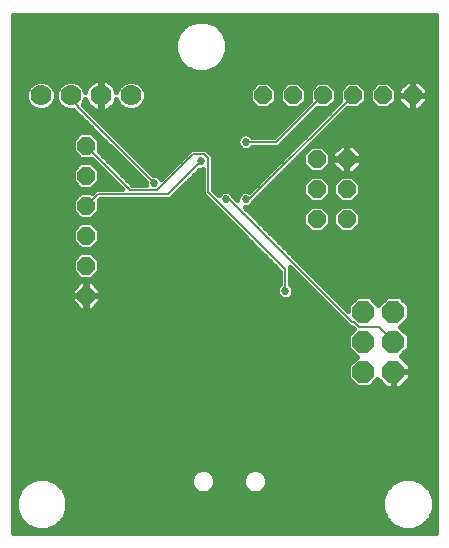
<source format=gbl>
G75*
%MOIN*%
%OFA0B0*%
%FSLAX25Y25*%
%IPPOS*%
%LPD*%
%AMOC8*
5,1,8,0,0,1.08239X$1,22.5*
%
%ADD10OC8,0.06000*%
%ADD11C,0.07000*%
%ADD12OC8,0.07400*%
%ADD13C,0.00600*%
%ADD14C,0.02700*%
%ADD15C,0.01600*%
D10*
X0028375Y0086518D03*
X0028375Y0096518D03*
X0028375Y0106518D03*
X0028375Y0116518D03*
X0028375Y0126518D03*
X0028375Y0136518D03*
X0087312Y0153290D03*
X0097312Y0153290D03*
X0107312Y0153290D03*
X0117312Y0153290D03*
X0127312Y0153290D03*
X0137312Y0153290D03*
X0115265Y0132030D03*
X0115265Y0122030D03*
X0115265Y0112030D03*
X0105265Y0112030D03*
X0105265Y0122030D03*
X0105265Y0132030D03*
D11*
X0043375Y0153290D03*
X0033375Y0153290D03*
X0023375Y0153290D03*
X0013375Y0153290D03*
D12*
X0120816Y0081164D03*
X0120816Y0071164D03*
X0120816Y0061164D03*
X0130816Y0061164D03*
X0130816Y0071164D03*
X0130816Y0081164D03*
D13*
X0126000Y0076019D02*
X0130800Y0071219D01*
X0130816Y0071164D01*
X0126000Y0076019D02*
X0119400Y0076019D01*
X0117600Y0077819D01*
X0117000Y0077819D01*
X0076200Y0118619D01*
X0075000Y0118619D01*
X0069000Y0121019D02*
X0069000Y0132419D01*
X0067800Y0133619D01*
X0064200Y0133619D01*
X0052200Y0121619D01*
X0043200Y0121619D01*
X0028800Y0136019D01*
X0028375Y0136518D01*
X0025800Y0149219D02*
X0025800Y0149819D01*
X0022800Y0152819D01*
X0023375Y0153290D01*
X0025800Y0149219D02*
X0051000Y0124019D01*
X0055800Y0120419D02*
X0032400Y0120419D01*
X0028800Y0116819D01*
X0028375Y0116518D01*
X0055800Y0120419D02*
X0066600Y0131219D01*
X0069000Y0121019D02*
X0094800Y0095219D01*
X0094800Y0088019D01*
X0082800Y0118619D02*
X0081600Y0118619D01*
X0082800Y0118619D02*
X0117000Y0152819D01*
X0117312Y0153290D01*
X0107312Y0153290D02*
X0106800Y0152819D01*
X0091800Y0137819D01*
X0081600Y0137819D01*
D14*
X0081600Y0137819D03*
X0066600Y0131219D03*
X0075000Y0118619D03*
X0081600Y0118619D03*
X0094800Y0088019D03*
X0054000Y0111419D03*
X0051000Y0124019D03*
X0051000Y0135419D03*
D15*
X0004100Y0180084D02*
X0004100Y0007519D01*
X0145169Y0007519D01*
X0145169Y0180084D01*
X0004100Y0180084D01*
X0004100Y0179457D02*
X0145169Y0179457D01*
X0145169Y0177858D02*
X0069268Y0177858D01*
X0068471Y0178188D02*
X0065050Y0178188D01*
X0061890Y0176879D01*
X0059471Y0174460D01*
X0058161Y0171299D01*
X0058161Y0167878D01*
X0059471Y0164718D01*
X0061890Y0162299D01*
X0065050Y0160990D01*
X0068471Y0160990D01*
X0071632Y0162299D01*
X0074051Y0164718D01*
X0075360Y0167878D01*
X0075360Y0171299D01*
X0074051Y0174460D01*
X0071632Y0176879D01*
X0068471Y0178188D01*
X0064253Y0177858D02*
X0004100Y0177858D01*
X0004100Y0176260D02*
X0061270Y0176260D01*
X0059672Y0174661D02*
X0004100Y0174661D01*
X0004100Y0173063D02*
X0058892Y0173063D01*
X0058230Y0171464D02*
X0004100Y0171464D01*
X0004100Y0169866D02*
X0058161Y0169866D01*
X0058161Y0168267D02*
X0004100Y0168267D01*
X0004100Y0166669D02*
X0058663Y0166669D01*
X0059325Y0165070D02*
X0004100Y0165070D01*
X0004100Y0163472D02*
X0060717Y0163472D01*
X0062918Y0161873D02*
X0004100Y0161873D01*
X0004100Y0160274D02*
X0145169Y0160274D01*
X0145169Y0158676D02*
X0004100Y0158676D01*
X0004100Y0157077D02*
X0010233Y0157077D01*
X0010599Y0157444D02*
X0009221Y0156065D01*
X0008475Y0154264D01*
X0008475Y0152315D01*
X0009221Y0150514D01*
X0010599Y0149136D01*
X0012400Y0148390D01*
X0014349Y0148390D01*
X0016150Y0149136D01*
X0017529Y0150514D01*
X0018275Y0152315D01*
X0018275Y0154264D01*
X0017529Y0156065D01*
X0016150Y0157444D01*
X0014349Y0158190D01*
X0012400Y0158190D01*
X0010599Y0157444D01*
X0008978Y0155479D02*
X0004100Y0155479D01*
X0004100Y0153880D02*
X0008475Y0153880D01*
X0008489Y0152282D02*
X0004100Y0152282D01*
X0004100Y0150683D02*
X0009151Y0150683D01*
X0010722Y0149085D02*
X0004100Y0149085D01*
X0004100Y0147486D02*
X0025128Y0147486D01*
X0025096Y0147519D02*
X0048250Y0124365D01*
X0048250Y0123472D01*
X0048313Y0123319D01*
X0043904Y0123319D01*
X0032651Y0134572D01*
X0032775Y0134696D01*
X0032775Y0138341D01*
X0030197Y0140918D01*
X0026552Y0140918D01*
X0023975Y0138341D01*
X0023975Y0134696D01*
X0026552Y0132118D01*
X0030197Y0132118D01*
X0030247Y0132168D01*
X0040296Y0122119D01*
X0031696Y0122119D01*
X0030346Y0120769D01*
X0030197Y0120918D01*
X0026552Y0120918D01*
X0023975Y0118341D01*
X0023975Y0114696D01*
X0026552Y0112118D01*
X0030197Y0112118D01*
X0032775Y0114696D01*
X0032775Y0118341D01*
X0032750Y0118365D01*
X0033104Y0118719D01*
X0056504Y0118719D01*
X0057500Y0119715D01*
X0066254Y0128469D01*
X0067147Y0128469D01*
X0067300Y0128532D01*
X0067300Y0120315D01*
X0068296Y0119319D01*
X0093100Y0094515D01*
X0093100Y0090208D01*
X0092469Y0089577D01*
X0092050Y0088566D01*
X0092050Y0087472D01*
X0092469Y0086461D01*
X0093242Y0085688D01*
X0094253Y0085269D01*
X0095347Y0085269D01*
X0096358Y0085688D01*
X0097131Y0086461D01*
X0097550Y0087472D01*
X0097550Y0088566D01*
X0097131Y0089577D01*
X0096500Y0090208D01*
X0096500Y0095915D01*
X0115300Y0077115D01*
X0116296Y0076119D01*
X0116896Y0076119D01*
X0117700Y0075315D01*
X0117727Y0075288D01*
X0115716Y0073276D01*
X0115716Y0069051D01*
X0118603Y0066164D01*
X0115716Y0063276D01*
X0115716Y0059051D01*
X0118703Y0056064D01*
X0122928Y0056064D01*
X0125533Y0058668D01*
X0128538Y0055664D01*
X0130616Y0055664D01*
X0130616Y0060964D01*
X0131016Y0060964D01*
X0131016Y0061364D01*
X0136316Y0061364D01*
X0136316Y0063442D01*
X0133311Y0066447D01*
X0135916Y0069051D01*
X0135916Y0073276D01*
X0133028Y0076164D01*
X0135916Y0079051D01*
X0135916Y0083276D01*
X0132928Y0086264D01*
X0128703Y0086264D01*
X0125816Y0083376D01*
X0122928Y0086264D01*
X0118703Y0086264D01*
X0115716Y0083276D01*
X0115716Y0081507D01*
X0081354Y0115869D01*
X0082147Y0115869D01*
X0083158Y0116288D01*
X0083931Y0117061D01*
X0084133Y0117548D01*
X0115482Y0148897D01*
X0115489Y0148890D01*
X0119134Y0148890D01*
X0121712Y0151467D01*
X0121712Y0155112D01*
X0119134Y0157690D01*
X0115489Y0157690D01*
X0112912Y0155112D01*
X0112912Y0151467D01*
X0113078Y0151301D01*
X0082853Y0121076D01*
X0082147Y0121369D01*
X0081053Y0121369D01*
X0080042Y0120950D01*
X0079269Y0120177D01*
X0078850Y0119166D01*
X0078850Y0118373D01*
X0077533Y0119690D01*
X0077331Y0120177D01*
X0076558Y0120950D01*
X0075547Y0121369D01*
X0074453Y0121369D01*
X0073442Y0120950D01*
X0072669Y0120177D01*
X0072545Y0119878D01*
X0070700Y0121723D01*
X0070700Y0133123D01*
X0069704Y0134119D01*
X0069500Y0134323D01*
X0069500Y0134323D01*
X0068504Y0135319D01*
X0063496Y0135319D01*
X0053455Y0125278D01*
X0053331Y0125577D01*
X0052558Y0126350D01*
X0051547Y0126769D01*
X0050654Y0126769D01*
X0027500Y0149923D01*
X0027500Y0150485D01*
X0027529Y0150514D01*
X0028194Y0152120D01*
X0028205Y0152049D01*
X0028463Y0151255D01*
X0028842Y0150512D01*
X0029332Y0149837D01*
X0029922Y0149247D01*
X0030597Y0148757D01*
X0031340Y0148378D01*
X0032134Y0148120D01*
X0032958Y0147990D01*
X0033175Y0147990D01*
X0033175Y0153090D01*
X0033575Y0153090D01*
X0033575Y0147990D01*
X0033792Y0147990D01*
X0034616Y0148120D01*
X0035409Y0148378D01*
X0036153Y0148757D01*
X0036828Y0149247D01*
X0037417Y0149837D01*
X0037908Y0150512D01*
X0038286Y0151255D01*
X0038544Y0152049D01*
X0038556Y0152120D01*
X0039221Y0150514D01*
X0040599Y0149136D01*
X0042400Y0148390D01*
X0044349Y0148390D01*
X0046150Y0149136D01*
X0047529Y0150514D01*
X0048275Y0152315D01*
X0048275Y0154264D01*
X0047529Y0156065D01*
X0046150Y0157444D01*
X0044349Y0158190D01*
X0042400Y0158190D01*
X0040599Y0157444D01*
X0039221Y0156065D01*
X0038556Y0154459D01*
X0038544Y0154531D01*
X0038286Y0155324D01*
X0037908Y0156068D01*
X0037417Y0156742D01*
X0036828Y0157332D01*
X0036153Y0157823D01*
X0035409Y0158201D01*
X0034616Y0158459D01*
X0033792Y0158590D01*
X0033575Y0158590D01*
X0033575Y0153490D01*
X0033175Y0153490D01*
X0033175Y0158590D01*
X0032958Y0158590D01*
X0032134Y0158459D01*
X0031340Y0158201D01*
X0030597Y0157823D01*
X0029922Y0157332D01*
X0029332Y0156742D01*
X0028842Y0156068D01*
X0028463Y0155324D01*
X0028205Y0154531D01*
X0028194Y0154459D01*
X0027529Y0156065D01*
X0026150Y0157444D01*
X0024349Y0158190D01*
X0022400Y0158190D01*
X0020599Y0157444D01*
X0019221Y0156065D01*
X0018475Y0154264D01*
X0018475Y0152315D01*
X0019221Y0150514D01*
X0020599Y0149136D01*
X0022400Y0148390D01*
X0024225Y0148390D01*
X0025096Y0147519D01*
X0026727Y0145888D02*
X0004100Y0145888D01*
X0004100Y0144289D02*
X0028325Y0144289D01*
X0029924Y0142691D02*
X0004100Y0142691D01*
X0004100Y0141092D02*
X0031522Y0141092D01*
X0031622Y0139494D02*
X0033121Y0139494D01*
X0032775Y0137895D02*
X0034719Y0137895D01*
X0036318Y0136297D02*
X0032775Y0136297D01*
X0032775Y0134698D02*
X0037916Y0134698D01*
X0039515Y0133100D02*
X0034123Y0133100D01*
X0035722Y0131501D02*
X0041113Y0131501D01*
X0042712Y0129903D02*
X0037320Y0129903D01*
X0038919Y0128304D02*
X0044310Y0128304D01*
X0045909Y0126706D02*
X0040517Y0126706D01*
X0042116Y0125107D02*
X0047507Y0125107D01*
X0048250Y0123509D02*
X0043714Y0123509D01*
X0038906Y0123509D02*
X0031588Y0123509D01*
X0031487Y0121910D02*
X0004100Y0121910D01*
X0004100Y0120312D02*
X0025946Y0120312D01*
X0026552Y0122118D02*
X0030197Y0122118D01*
X0032775Y0124696D01*
X0032775Y0128341D01*
X0030197Y0130918D01*
X0026552Y0130918D01*
X0023975Y0128341D01*
X0023975Y0124696D01*
X0026552Y0122118D01*
X0025162Y0123509D02*
X0004100Y0123509D01*
X0004100Y0125107D02*
X0023975Y0125107D01*
X0023975Y0126706D02*
X0004100Y0126706D01*
X0004100Y0128304D02*
X0023975Y0128304D01*
X0025537Y0129903D02*
X0004100Y0129903D01*
X0004100Y0131501D02*
X0030913Y0131501D01*
X0031213Y0129903D02*
X0032512Y0129903D01*
X0032775Y0128304D02*
X0034110Y0128304D01*
X0032775Y0126706D02*
X0035709Y0126706D01*
X0037307Y0125107D02*
X0032775Y0125107D01*
X0033098Y0118713D02*
X0068902Y0118713D01*
X0070500Y0117115D02*
X0032775Y0117115D01*
X0032775Y0115516D02*
X0072099Y0115516D01*
X0073697Y0113918D02*
X0031997Y0113918D01*
X0030398Y0112319D02*
X0075296Y0112319D01*
X0076894Y0110721D02*
X0030395Y0110721D01*
X0030197Y0110918D02*
X0026552Y0110918D01*
X0023975Y0108341D01*
X0023975Y0104696D01*
X0026552Y0102118D01*
X0030197Y0102118D01*
X0032775Y0104696D01*
X0032775Y0108341D01*
X0030197Y0110918D01*
X0031993Y0109122D02*
X0078493Y0109122D01*
X0080091Y0107524D02*
X0032775Y0107524D01*
X0032775Y0105925D02*
X0081690Y0105925D01*
X0083288Y0104327D02*
X0032406Y0104327D01*
X0030807Y0102728D02*
X0084887Y0102728D01*
X0086485Y0101130D02*
X0004100Y0101130D01*
X0004100Y0102728D02*
X0025942Y0102728D01*
X0026552Y0100918D02*
X0023975Y0098341D01*
X0023975Y0094696D01*
X0026552Y0092118D01*
X0030197Y0092118D01*
X0032775Y0094696D01*
X0032775Y0098341D01*
X0030197Y0100918D01*
X0026552Y0100918D01*
X0025165Y0099531D02*
X0004100Y0099531D01*
X0004100Y0097933D02*
X0023975Y0097933D01*
X0023975Y0096334D02*
X0004100Y0096334D01*
X0004100Y0094736D02*
X0023975Y0094736D01*
X0025533Y0093137D02*
X0004100Y0093137D01*
X0004100Y0091539D02*
X0093100Y0091539D01*
X0093100Y0093137D02*
X0031216Y0093137D01*
X0030363Y0091318D02*
X0028575Y0091318D01*
X0028575Y0086718D01*
X0033175Y0086718D01*
X0033175Y0088506D01*
X0030363Y0091318D01*
X0031741Y0089940D02*
X0092832Y0089940D01*
X0092050Y0088341D02*
X0033175Y0088341D01*
X0033175Y0086743D02*
X0092352Y0086743D01*
X0096768Y0089940D02*
X0102475Y0089940D01*
X0104073Y0088341D02*
X0097550Y0088341D01*
X0097248Y0086743D02*
X0105672Y0086743D01*
X0107270Y0085144D02*
X0033175Y0085144D01*
X0033175Y0084530D02*
X0033175Y0086318D01*
X0028575Y0086318D01*
X0028575Y0086718D01*
X0028175Y0086718D01*
X0028175Y0091318D01*
X0026387Y0091318D01*
X0023575Y0088506D01*
X0023575Y0086718D01*
X0028175Y0086718D01*
X0028175Y0086318D01*
X0028575Y0086318D01*
X0028575Y0081718D01*
X0030363Y0081718D01*
X0033175Y0084530D01*
X0032191Y0083546D02*
X0108869Y0083546D01*
X0110467Y0081947D02*
X0030592Y0081947D01*
X0028575Y0081947D02*
X0028175Y0081947D01*
X0028175Y0081718D02*
X0028175Y0086318D01*
X0023575Y0086318D01*
X0023575Y0084530D01*
X0026387Y0081718D01*
X0028175Y0081718D01*
X0028175Y0083546D02*
X0028575Y0083546D01*
X0028575Y0085144D02*
X0028175Y0085144D01*
X0028175Y0086743D02*
X0028575Y0086743D01*
X0028575Y0088341D02*
X0028175Y0088341D01*
X0028175Y0089940D02*
X0028575Y0089940D01*
X0025008Y0089940D02*
X0004100Y0089940D01*
X0004100Y0088341D02*
X0023575Y0088341D01*
X0023575Y0086743D02*
X0004100Y0086743D01*
X0004100Y0085144D02*
X0023575Y0085144D01*
X0024559Y0083546D02*
X0004100Y0083546D01*
X0004100Y0081947D02*
X0026157Y0081947D01*
X0032775Y0094736D02*
X0092879Y0094736D01*
X0091281Y0096334D02*
X0032775Y0096334D01*
X0032775Y0097933D02*
X0089682Y0097933D01*
X0088084Y0099531D02*
X0031584Y0099531D01*
X0024344Y0104327D02*
X0004100Y0104327D01*
X0004100Y0105925D02*
X0023975Y0105925D01*
X0023975Y0107524D02*
X0004100Y0107524D01*
X0004100Y0109122D02*
X0024756Y0109122D01*
X0026355Y0110721D02*
X0004100Y0110721D01*
X0004100Y0112319D02*
X0026351Y0112319D01*
X0024753Y0113918D02*
X0004100Y0113918D01*
X0004100Y0115516D02*
X0023975Y0115516D01*
X0023975Y0117115D02*
X0004100Y0117115D01*
X0004100Y0118713D02*
X0024347Y0118713D01*
X0025571Y0133100D02*
X0004100Y0133100D01*
X0004100Y0134698D02*
X0023975Y0134698D01*
X0023975Y0136297D02*
X0004100Y0136297D01*
X0004100Y0137895D02*
X0023975Y0137895D01*
X0025128Y0139494D02*
X0004100Y0139494D01*
X0016028Y0149085D02*
X0020722Y0149085D01*
X0019151Y0150683D02*
X0017599Y0150683D01*
X0018261Y0152282D02*
X0018489Y0152282D01*
X0018475Y0153880D02*
X0018275Y0153880D01*
X0017772Y0155479D02*
X0018978Y0155479D01*
X0020233Y0157077D02*
X0016517Y0157077D01*
X0026517Y0157077D02*
X0029667Y0157077D01*
X0028542Y0155479D02*
X0027772Y0155479D01*
X0027599Y0150683D02*
X0028754Y0150683D01*
X0028338Y0149085D02*
X0030145Y0149085D01*
X0029937Y0147486D02*
X0099063Y0147486D01*
X0099134Y0148890D02*
X0101712Y0151467D01*
X0101712Y0155112D01*
X0099134Y0157690D01*
X0095489Y0157690D01*
X0092912Y0155112D01*
X0092912Y0151467D01*
X0095489Y0148890D01*
X0099134Y0148890D01*
X0099329Y0149085D02*
X0100662Y0149085D01*
X0100928Y0150683D02*
X0102260Y0150683D01*
X0102978Y0151401D02*
X0091096Y0139519D01*
X0083789Y0139519D01*
X0083158Y0140150D01*
X0082147Y0140569D01*
X0081053Y0140569D01*
X0080042Y0140150D01*
X0079269Y0139377D01*
X0078850Y0138366D01*
X0078850Y0137272D01*
X0079269Y0136261D01*
X0080042Y0135488D01*
X0081053Y0135069D01*
X0082147Y0135069D01*
X0083158Y0135488D01*
X0083789Y0136119D01*
X0091096Y0136119D01*
X0092504Y0136119D01*
X0105382Y0148997D01*
X0105489Y0148890D01*
X0109134Y0148890D01*
X0111712Y0151467D01*
X0111712Y0155112D01*
X0109134Y0157690D01*
X0105489Y0157690D01*
X0102912Y0155112D01*
X0102912Y0151467D01*
X0102978Y0151401D01*
X0102912Y0152282D02*
X0101712Y0152282D01*
X0101712Y0153880D02*
X0102912Y0153880D01*
X0103278Y0155479D02*
X0101345Y0155479D01*
X0099747Y0157077D02*
X0104877Y0157077D01*
X0109747Y0157077D02*
X0114877Y0157077D01*
X0113278Y0155479D02*
X0111345Y0155479D01*
X0111712Y0153880D02*
X0112912Y0153880D01*
X0112912Y0152282D02*
X0111712Y0152282D01*
X0112460Y0150683D02*
X0110928Y0150683D01*
X0110862Y0149085D02*
X0109329Y0149085D01*
X0109263Y0147486D02*
X0103872Y0147486D01*
X0102273Y0145888D02*
X0107665Y0145888D01*
X0106066Y0144289D02*
X0100675Y0144289D01*
X0099076Y0142691D02*
X0104468Y0142691D01*
X0102869Y0141092D02*
X0097478Y0141092D01*
X0095879Y0139494D02*
X0101271Y0139494D01*
X0099672Y0137895D02*
X0094281Y0137895D01*
X0092682Y0136297D02*
X0098074Y0136297D01*
X0096475Y0134698D02*
X0069125Y0134698D01*
X0069704Y0134119D02*
X0069704Y0134119D01*
X0070700Y0133100D02*
X0094877Y0133100D01*
X0093278Y0131501D02*
X0070700Y0131501D01*
X0070700Y0129903D02*
X0091680Y0129903D01*
X0090081Y0128304D02*
X0070700Y0128304D01*
X0070700Y0126706D02*
X0088483Y0126706D01*
X0086884Y0125107D02*
X0070700Y0125107D01*
X0070700Y0123509D02*
X0085286Y0123509D01*
X0083687Y0121910D02*
X0070700Y0121910D01*
X0072111Y0120312D02*
X0072804Y0120312D01*
X0077196Y0120312D02*
X0079404Y0120312D01*
X0078850Y0118713D02*
X0078510Y0118713D01*
X0081707Y0115516D02*
X0102528Y0115516D01*
X0103442Y0116430D02*
X0100865Y0113852D01*
X0100865Y0110207D01*
X0103442Y0107630D01*
X0107087Y0107630D01*
X0109665Y0110207D01*
X0109665Y0113852D01*
X0107087Y0116430D01*
X0103442Y0116430D01*
X0103442Y0117630D02*
X0107087Y0117630D01*
X0109665Y0120207D01*
X0109665Y0123852D01*
X0107087Y0126430D01*
X0103442Y0126430D01*
X0100865Y0123852D01*
X0100865Y0120207D01*
X0103442Y0117630D01*
X0102359Y0118713D02*
X0085298Y0118713D01*
X0083953Y0117115D02*
X0145169Y0117115D01*
X0145169Y0118713D02*
X0118170Y0118713D01*
X0117087Y0117630D02*
X0119665Y0120207D01*
X0119665Y0123852D01*
X0117087Y0126430D01*
X0113442Y0126430D01*
X0110865Y0123852D01*
X0110865Y0120207D01*
X0113442Y0117630D01*
X0117087Y0117630D01*
X0117087Y0116430D02*
X0113442Y0116430D01*
X0110865Y0113852D01*
X0110865Y0110207D01*
X0113442Y0107630D01*
X0117087Y0107630D01*
X0119665Y0110207D01*
X0119665Y0113852D01*
X0117087Y0116430D01*
X0118001Y0115516D02*
X0145169Y0115516D01*
X0145169Y0113918D02*
X0119599Y0113918D01*
X0119665Y0112319D02*
X0145169Y0112319D01*
X0145169Y0110721D02*
X0119665Y0110721D01*
X0118579Y0109122D02*
X0145169Y0109122D01*
X0145169Y0107524D02*
X0089699Y0107524D01*
X0088101Y0109122D02*
X0101950Y0109122D01*
X0100865Y0110721D02*
X0086502Y0110721D01*
X0084904Y0112319D02*
X0100865Y0112319D01*
X0100930Y0113918D02*
X0083305Y0113918D01*
X0086897Y0120312D02*
X0100865Y0120312D01*
X0100865Y0121910D02*
X0088495Y0121910D01*
X0090094Y0123509D02*
X0100865Y0123509D01*
X0102119Y0125107D02*
X0091692Y0125107D01*
X0093291Y0126706D02*
X0145169Y0126706D01*
X0145169Y0128304D02*
X0118327Y0128304D01*
X0117253Y0127230D02*
X0120065Y0130042D01*
X0120065Y0131830D01*
X0115465Y0131830D01*
X0115465Y0132230D01*
X0120065Y0132230D01*
X0120065Y0134018D01*
X0117253Y0136830D01*
X0115465Y0136830D01*
X0115465Y0132230D01*
X0115065Y0132230D01*
X0115065Y0136830D01*
X0113276Y0136830D01*
X0110465Y0134018D01*
X0110465Y0132230D01*
X0115064Y0132230D01*
X0115064Y0131830D01*
X0110465Y0131830D01*
X0110465Y0130042D01*
X0113276Y0127230D01*
X0115065Y0127230D01*
X0115065Y0131830D01*
X0115465Y0131830D01*
X0115465Y0127230D01*
X0117253Y0127230D01*
X0115465Y0128304D02*
X0115065Y0128304D01*
X0115065Y0129903D02*
X0115465Y0129903D01*
X0115465Y0131501D02*
X0115065Y0131501D01*
X0115065Y0133100D02*
X0115465Y0133100D01*
X0115465Y0134698D02*
X0115065Y0134698D01*
X0115065Y0136297D02*
X0115465Y0136297D01*
X0117786Y0136297D02*
X0145169Y0136297D01*
X0145169Y0137895D02*
X0104481Y0137895D01*
X0103442Y0136430D02*
X0100865Y0133852D01*
X0100865Y0130207D01*
X0103442Y0127630D01*
X0107087Y0127630D01*
X0109665Y0130207D01*
X0109665Y0133852D01*
X0107087Y0136430D01*
X0103442Y0136430D01*
X0103309Y0136297D02*
X0102882Y0136297D01*
X0101710Y0134698D02*
X0101284Y0134698D01*
X0100865Y0133100D02*
X0099685Y0133100D01*
X0100865Y0131501D02*
X0098087Y0131501D01*
X0096488Y0129903D02*
X0101169Y0129903D01*
X0102768Y0128304D02*
X0094890Y0128304D01*
X0092669Y0141092D02*
X0036331Y0141092D01*
X0037929Y0139494D02*
X0079386Y0139494D01*
X0078850Y0137895D02*
X0039528Y0137895D01*
X0041126Y0136297D02*
X0079254Y0136297D01*
X0085489Y0148890D02*
X0089134Y0148890D01*
X0091712Y0151467D01*
X0091712Y0155112D01*
X0089134Y0157690D01*
X0085489Y0157690D01*
X0082912Y0155112D01*
X0082912Y0151467D01*
X0085489Y0148890D01*
X0085294Y0149085D02*
X0046028Y0149085D01*
X0047599Y0150683D02*
X0083696Y0150683D01*
X0082912Y0152282D02*
X0048261Y0152282D01*
X0048275Y0153880D02*
X0082912Y0153880D01*
X0083278Y0155479D02*
X0047772Y0155479D01*
X0046517Y0157077D02*
X0084877Y0157077D01*
X0089747Y0157077D02*
X0094877Y0157077D01*
X0093278Y0155479D02*
X0091345Y0155479D01*
X0091712Y0153880D02*
X0092912Y0153880D01*
X0092912Y0152282D02*
X0091712Y0152282D01*
X0090928Y0150683D02*
X0093696Y0150683D01*
X0095294Y0149085D02*
X0089329Y0149085D01*
X0094268Y0142691D02*
X0034732Y0142691D01*
X0033134Y0144289D02*
X0095866Y0144289D01*
X0097465Y0145888D02*
X0031535Y0145888D01*
X0033175Y0149085D02*
X0033575Y0149085D01*
X0033575Y0150683D02*
X0033175Y0150683D01*
X0033175Y0152282D02*
X0033575Y0152282D01*
X0033575Y0153880D02*
X0033175Y0153880D01*
X0033175Y0155479D02*
X0033575Y0155479D01*
X0033575Y0157077D02*
X0033175Y0157077D01*
X0037082Y0157077D02*
X0040233Y0157077D01*
X0038978Y0155479D02*
X0038208Y0155479D01*
X0037995Y0150683D02*
X0039151Y0150683D01*
X0040722Y0149085D02*
X0036604Y0149085D01*
X0042725Y0134698D02*
X0062875Y0134698D01*
X0061277Y0133100D02*
X0044323Y0133100D01*
X0045922Y0131501D02*
X0059678Y0131501D01*
X0058080Y0129903D02*
X0047520Y0129903D01*
X0049119Y0128304D02*
X0056481Y0128304D01*
X0054883Y0126706D02*
X0051699Y0126706D01*
X0058097Y0120312D02*
X0067303Y0120312D01*
X0067300Y0121910D02*
X0059695Y0121910D01*
X0061294Y0123509D02*
X0067300Y0123509D01*
X0067300Y0125107D02*
X0062893Y0125107D01*
X0064491Y0126706D02*
X0067300Y0126706D01*
X0067300Y0128304D02*
X0066090Y0128304D01*
X0091298Y0105925D02*
X0145169Y0105925D01*
X0145169Y0104327D02*
X0092896Y0104327D01*
X0094495Y0102728D02*
X0145169Y0102728D01*
X0145169Y0101130D02*
X0096093Y0101130D01*
X0097692Y0099531D02*
X0145169Y0099531D01*
X0145169Y0097933D02*
X0099290Y0097933D01*
X0100889Y0096334D02*
X0145169Y0096334D01*
X0145169Y0094736D02*
X0102487Y0094736D01*
X0104086Y0093137D02*
X0145169Y0093137D01*
X0145169Y0091539D02*
X0105685Y0091539D01*
X0107283Y0089940D02*
X0145169Y0089940D01*
X0145169Y0088341D02*
X0108882Y0088341D01*
X0110480Y0086743D02*
X0145169Y0086743D01*
X0145169Y0085144D02*
X0134048Y0085144D01*
X0135646Y0083546D02*
X0145169Y0083546D01*
X0145169Y0081947D02*
X0135916Y0081947D01*
X0135916Y0080349D02*
X0145169Y0080349D01*
X0145169Y0078750D02*
X0135615Y0078750D01*
X0134016Y0077152D02*
X0145169Y0077152D01*
X0145169Y0075553D02*
X0133639Y0075553D01*
X0135237Y0073955D02*
X0145169Y0073955D01*
X0145169Y0072356D02*
X0135916Y0072356D01*
X0135916Y0070758D02*
X0145169Y0070758D01*
X0145169Y0069159D02*
X0135916Y0069159D01*
X0134425Y0067561D02*
X0145169Y0067561D01*
X0145169Y0065962D02*
X0133795Y0065962D01*
X0135394Y0064364D02*
X0145169Y0064364D01*
X0145169Y0062765D02*
X0136316Y0062765D01*
X0136316Y0060964D02*
X0131016Y0060964D01*
X0131016Y0055664D01*
X0133094Y0055664D01*
X0136316Y0058886D01*
X0136316Y0060964D01*
X0136316Y0059568D02*
X0145169Y0059568D01*
X0145169Y0057970D02*
X0135400Y0057970D01*
X0133801Y0056371D02*
X0145169Y0056371D01*
X0145169Y0054773D02*
X0004100Y0054773D01*
X0004100Y0056371D02*
X0118396Y0056371D01*
X0116797Y0057970D02*
X0004100Y0057970D01*
X0004100Y0059568D02*
X0115716Y0059568D01*
X0115716Y0061167D02*
X0004100Y0061167D01*
X0004100Y0062765D02*
X0115716Y0062765D01*
X0116803Y0064364D02*
X0004100Y0064364D01*
X0004100Y0065962D02*
X0118402Y0065962D01*
X0117206Y0067561D02*
X0004100Y0067561D01*
X0004100Y0069159D02*
X0115716Y0069159D01*
X0115716Y0070758D02*
X0004100Y0070758D01*
X0004100Y0072356D02*
X0115716Y0072356D01*
X0116394Y0073955D02*
X0004100Y0073955D01*
X0004100Y0075553D02*
X0117461Y0075553D01*
X0115263Y0077152D02*
X0004100Y0077152D01*
X0004100Y0078750D02*
X0113664Y0078750D01*
X0112066Y0080349D02*
X0004100Y0080349D01*
X0004100Y0053174D02*
X0145169Y0053174D01*
X0145169Y0051576D02*
X0004100Y0051576D01*
X0004100Y0049977D02*
X0145169Y0049977D01*
X0145169Y0048379D02*
X0004100Y0048379D01*
X0004100Y0046780D02*
X0145169Y0046780D01*
X0145169Y0045182D02*
X0004100Y0045182D01*
X0004100Y0043583D02*
X0145169Y0043583D01*
X0145169Y0041985D02*
X0004100Y0041985D01*
X0004100Y0040386D02*
X0145169Y0040386D01*
X0145169Y0038788D02*
X0004100Y0038788D01*
X0004100Y0037189D02*
X0145169Y0037189D01*
X0145169Y0035591D02*
X0004100Y0035591D01*
X0004100Y0033992D02*
X0145169Y0033992D01*
X0145169Y0032394D02*
X0004100Y0032394D01*
X0004100Y0030795D02*
X0145169Y0030795D01*
X0145169Y0029197D02*
X0004100Y0029197D01*
X0004100Y0027598D02*
X0064641Y0027598D01*
X0065124Y0028080D02*
X0063978Y0026935D01*
X0063358Y0025438D01*
X0063358Y0023818D01*
X0063978Y0022322D01*
X0065124Y0021177D01*
X0066620Y0020557D01*
X0068240Y0020557D01*
X0069736Y0021177D01*
X0070882Y0022322D01*
X0071502Y0023818D01*
X0071502Y0025438D01*
X0070882Y0026935D01*
X0069736Y0028080D01*
X0068240Y0028700D01*
X0066620Y0028700D01*
X0065124Y0028080D01*
X0063591Y0026000D02*
X0004100Y0026000D01*
X0004100Y0024401D02*
X0008936Y0024401D01*
X0008740Y0024320D02*
X0006321Y0021901D01*
X0005012Y0018740D01*
X0005012Y0015319D01*
X0006321Y0012159D01*
X0008740Y0009740D01*
X0011901Y0008431D01*
X0015322Y0008431D01*
X0018482Y0009740D01*
X0020901Y0012159D01*
X0022210Y0015319D01*
X0022210Y0018740D01*
X0020901Y0021901D01*
X0018482Y0024320D01*
X0015322Y0025629D01*
X0011901Y0025629D01*
X0008740Y0024320D01*
X0007223Y0022803D02*
X0004100Y0022803D01*
X0004100Y0021204D02*
X0006032Y0021204D01*
X0005370Y0019605D02*
X0004100Y0019605D01*
X0004100Y0018007D02*
X0005012Y0018007D01*
X0005012Y0016408D02*
X0004100Y0016408D01*
X0004100Y0014810D02*
X0005223Y0014810D01*
X0005885Y0013211D02*
X0004100Y0013211D01*
X0004100Y0011613D02*
X0006867Y0011613D01*
X0008465Y0010014D02*
X0004100Y0010014D01*
X0004100Y0008416D02*
X0145169Y0008416D01*
X0145169Y0010014D02*
X0140804Y0010014D01*
X0140529Y0009740D02*
X0142948Y0012159D01*
X0144257Y0015319D01*
X0144257Y0018740D01*
X0142948Y0021901D01*
X0140529Y0024320D01*
X0137369Y0025629D01*
X0133948Y0025629D01*
X0130787Y0024320D01*
X0128368Y0021901D01*
X0127059Y0018740D01*
X0127059Y0015319D01*
X0128368Y0012159D01*
X0130787Y0009740D01*
X0133948Y0008431D01*
X0137369Y0008431D01*
X0140529Y0009740D01*
X0142402Y0011613D02*
X0145169Y0011613D01*
X0145169Y0013211D02*
X0143384Y0013211D01*
X0144046Y0014810D02*
X0145169Y0014810D01*
X0145169Y0016408D02*
X0144257Y0016408D01*
X0144257Y0018007D02*
X0145169Y0018007D01*
X0145169Y0019605D02*
X0143899Y0019605D01*
X0143237Y0021204D02*
X0145169Y0021204D01*
X0145169Y0022803D02*
X0142047Y0022803D01*
X0140334Y0024401D02*
X0145169Y0024401D01*
X0145169Y0026000D02*
X0088592Y0026000D01*
X0088824Y0025438D02*
X0088205Y0026935D01*
X0087059Y0028080D01*
X0085563Y0028700D01*
X0083943Y0028700D01*
X0082446Y0028080D01*
X0081301Y0026935D01*
X0080681Y0025438D01*
X0080681Y0023818D01*
X0081301Y0022322D01*
X0082446Y0021177D01*
X0083943Y0020557D01*
X0085563Y0020557D01*
X0087059Y0021177D01*
X0088205Y0022322D01*
X0088824Y0023818D01*
X0088824Y0025438D01*
X0088824Y0024401D02*
X0130983Y0024401D01*
X0129270Y0022803D02*
X0088404Y0022803D01*
X0087087Y0021204D02*
X0128080Y0021204D01*
X0127417Y0019605D02*
X0021852Y0019605D01*
X0022210Y0018007D02*
X0127059Y0018007D01*
X0127059Y0016408D02*
X0022210Y0016408D01*
X0021999Y0014810D02*
X0127270Y0014810D01*
X0127932Y0013211D02*
X0021337Y0013211D01*
X0020355Y0011613D02*
X0128914Y0011613D01*
X0130513Y0010014D02*
X0018757Y0010014D01*
X0021190Y0021204D02*
X0065096Y0021204D01*
X0063779Y0022803D02*
X0020000Y0022803D01*
X0018286Y0024401D02*
X0063358Y0024401D01*
X0069764Y0021204D02*
X0082419Y0021204D01*
X0081102Y0022803D02*
X0071081Y0022803D01*
X0071502Y0024401D02*
X0080681Y0024401D01*
X0080914Y0026000D02*
X0071269Y0026000D01*
X0070218Y0027598D02*
X0081964Y0027598D01*
X0087541Y0027598D02*
X0145169Y0027598D01*
X0131016Y0056371D02*
X0130616Y0056371D01*
X0130616Y0057970D02*
X0131016Y0057970D01*
X0131016Y0059568D02*
X0130616Y0059568D01*
X0131016Y0061167D02*
X0145169Y0061167D01*
X0127830Y0056371D02*
X0123236Y0056371D01*
X0124834Y0057970D02*
X0126232Y0057970D01*
X0115716Y0081947D02*
X0115276Y0081947D01*
X0115985Y0083546D02*
X0113677Y0083546D01*
X0112079Y0085144D02*
X0117584Y0085144D01*
X0124048Y0085144D02*
X0127584Y0085144D01*
X0125985Y0083546D02*
X0125646Y0083546D01*
X0111950Y0109122D02*
X0108579Y0109122D01*
X0109665Y0110721D02*
X0110865Y0110721D01*
X0110865Y0112319D02*
X0109665Y0112319D01*
X0109599Y0113918D02*
X0110930Y0113918D01*
X0112528Y0115516D02*
X0108001Y0115516D01*
X0108170Y0118713D02*
X0112359Y0118713D01*
X0110865Y0120312D02*
X0109665Y0120312D01*
X0109665Y0121910D02*
X0110865Y0121910D01*
X0110865Y0123509D02*
X0109665Y0123509D01*
X0108410Y0125107D02*
X0112119Y0125107D01*
X0112202Y0128304D02*
X0107761Y0128304D01*
X0109360Y0129903D02*
X0110603Y0129903D01*
X0110465Y0131501D02*
X0109665Y0131501D01*
X0109665Y0133100D02*
X0110465Y0133100D01*
X0111145Y0134698D02*
X0108819Y0134698D01*
X0107220Y0136297D02*
X0112743Y0136297D01*
X0107678Y0141092D02*
X0145169Y0141092D01*
X0145169Y0139494D02*
X0106079Y0139494D01*
X0109276Y0142691D02*
X0145169Y0142691D01*
X0145169Y0144289D02*
X0110875Y0144289D01*
X0112473Y0145888D02*
X0145169Y0145888D01*
X0145169Y0147486D02*
X0114072Y0147486D01*
X0119329Y0149085D02*
X0125294Y0149085D01*
X0125489Y0148890D02*
X0129134Y0148890D01*
X0131712Y0151467D01*
X0131712Y0155112D01*
X0129134Y0157690D01*
X0125489Y0157690D01*
X0122912Y0155112D01*
X0122912Y0151467D01*
X0125489Y0148890D01*
X0123696Y0150683D02*
X0120928Y0150683D01*
X0121712Y0152282D02*
X0122912Y0152282D01*
X0122912Y0153880D02*
X0121712Y0153880D01*
X0121345Y0155479D02*
X0123278Y0155479D01*
X0124877Y0157077D02*
X0119747Y0157077D01*
X0129747Y0157077D02*
X0134311Y0157077D01*
X0135324Y0158090D02*
X0132512Y0155278D01*
X0132512Y0153490D01*
X0137112Y0153490D01*
X0137112Y0158090D01*
X0135324Y0158090D01*
X0137112Y0157077D02*
X0137512Y0157077D01*
X0137512Y0158090D02*
X0137512Y0153490D01*
X0137112Y0153490D01*
X0137112Y0153090D01*
X0132512Y0153090D01*
X0132512Y0151302D01*
X0135324Y0148490D01*
X0137112Y0148490D01*
X0137112Y0153090D01*
X0137512Y0153090D01*
X0137512Y0153490D01*
X0142112Y0153490D01*
X0142112Y0155278D01*
X0139300Y0158090D01*
X0137512Y0158090D01*
X0137512Y0155479D02*
X0137112Y0155479D01*
X0137112Y0153880D02*
X0137512Y0153880D01*
X0137512Y0153090D02*
X0142112Y0153090D01*
X0142112Y0151302D01*
X0139300Y0148490D01*
X0137512Y0148490D01*
X0137512Y0153090D01*
X0137512Y0152282D02*
X0137112Y0152282D01*
X0137112Y0150683D02*
X0137512Y0150683D01*
X0137512Y0149085D02*
X0137112Y0149085D01*
X0134728Y0149085D02*
X0129329Y0149085D01*
X0130928Y0150683D02*
X0133130Y0150683D01*
X0132512Y0152282D02*
X0131712Y0152282D01*
X0131712Y0153880D02*
X0132512Y0153880D01*
X0132713Y0155479D02*
X0131345Y0155479D01*
X0140312Y0157077D02*
X0145169Y0157077D01*
X0145169Y0155479D02*
X0141911Y0155479D01*
X0142112Y0153880D02*
X0145169Y0153880D01*
X0145169Y0152282D02*
X0142112Y0152282D01*
X0141494Y0150683D02*
X0145169Y0150683D01*
X0145169Y0149085D02*
X0139895Y0149085D01*
X0145169Y0161873D02*
X0070603Y0161873D01*
X0072804Y0163472D02*
X0145169Y0163472D01*
X0145169Y0165070D02*
X0074197Y0165070D01*
X0074859Y0166669D02*
X0145169Y0166669D01*
X0145169Y0168267D02*
X0075360Y0168267D01*
X0075360Y0169866D02*
X0145169Y0169866D01*
X0145169Y0171464D02*
X0075292Y0171464D01*
X0074630Y0173063D02*
X0145169Y0173063D01*
X0145169Y0174661D02*
X0073850Y0174661D01*
X0072251Y0176260D02*
X0145169Y0176260D01*
X0145169Y0134698D02*
X0119384Y0134698D01*
X0120065Y0133100D02*
X0145169Y0133100D01*
X0145169Y0131501D02*
X0120065Y0131501D01*
X0119926Y0129903D02*
X0145169Y0129903D01*
X0145169Y0125107D02*
X0118410Y0125107D01*
X0119665Y0123509D02*
X0145169Y0123509D01*
X0145169Y0121910D02*
X0119665Y0121910D01*
X0119665Y0120312D02*
X0145169Y0120312D01*
X0100876Y0091539D02*
X0096500Y0091539D01*
X0096500Y0093137D02*
X0099278Y0093137D01*
X0097679Y0094736D02*
X0096500Y0094736D01*
M02*

</source>
